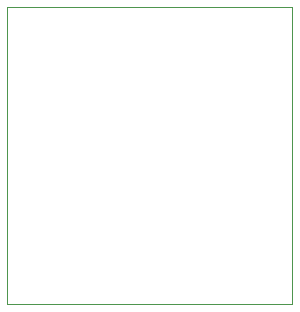
<source format=gbr>
G04 #@! TF.GenerationSoftware,KiCad,Pcbnew,5.1.6-c6e7f7d~86~ubuntu18.04.1*
G04 #@! TF.CreationDate,2020-05-25T23:57:25-07:00*
G04 #@! TF.ProjectId,usb_power,7573625f-706f-4776-9572-2e6b69636164,rev?*
G04 #@! TF.SameCoordinates,Original*
G04 #@! TF.FileFunction,Profile,NP*
%FSLAX46Y46*%
G04 Gerber Fmt 4.6, Leading zero omitted, Abs format (unit mm)*
G04 Created by KiCad (PCBNEW 5.1.6-c6e7f7d~86~ubuntu18.04.1) date 2020-05-25 23:57:25*
%MOMM*%
%LPD*%
G01*
G04 APERTURE LIST*
G04 #@! TA.AperFunction,Profile*
%ADD10C,0.050000*%
G04 #@! TD*
G04 APERTURE END LIST*
D10*
X174625000Y-108585000D02*
X174625000Y-112776000D01*
X150495000Y-112776000D02*
X150495000Y-108585000D01*
X150495000Y-87630000D02*
X150495000Y-90805000D01*
X174625000Y-87630000D02*
X150495000Y-87630000D01*
X174625000Y-108585000D02*
X174625000Y-87630000D01*
X150495000Y-112776000D02*
X174625000Y-112776000D01*
X150495000Y-107950000D02*
X150495000Y-108585000D01*
X150495000Y-90805000D02*
X150495000Y-107950000D01*
M02*

</source>
